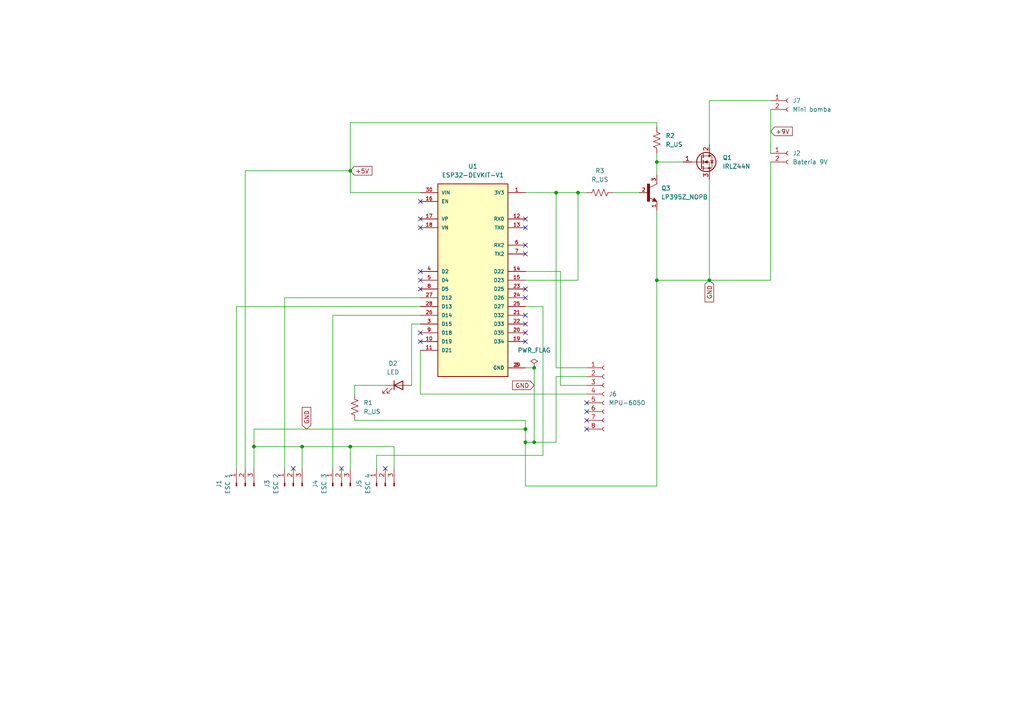
<source format=kicad_sch>
(kicad_sch (version 20250114) (generator "eeschema") (generator_version "9.0")
  (paper "A4")
  (lib_symbols
    (symbol "Connector:Conn_01x02_Socket" (pin_names (offset 1.016) (hide yes))
      (property "Reference" "J" (at 0 2.54 0))
      (property "Value" "Conn_01x02_Socket" (at 0 -5.08 0))
      (symbol "Conn_01x02_Socket_1_1"
        (polyline (pts (xy -1.27 0) (xy -0.508 0)) (stroke (width 0.1524)))
        (polyline (pts (xy -1.27 -2.54) (xy -0.508 -2.54)) (stroke (width 0.1524)))
        (arc (start 0 -0.508) (mid -0.5058 0) (end 0 0.508) (stroke (width 0.1524)))
        (arc (start 0 -3.048) (mid -0.5058 -2.54) (end 0 -2.032) (stroke (width 0.1524)))
        (pin passive line (at -5.08 0 0) (length 3.81) (name "Pin_1") (number "1"))
        (pin passive line (at -5.08 -2.54 0) (length 3.81) (name "Pin_2") (number "2"))
      )
    )
    (symbol "Connector:Conn_01x03_Pin" (pin_names (offset 1.016) (hide yes))
      (property "Reference" "J" (at 0 5.08 0))
      (property "Value" "Conn_01x03_Pin" (at 0 -5.08 0))
      (symbol "Conn_01x03_Pin_1_1"
        (rectangle (start 0.8636 2.667) (end 0 2.413) (stroke (width 0.1524)) (fill (type outline)))
        (rectangle (start 0.8636 0.127) (end 0 -0.127) (stroke (width 0.1524)) (fill (type outline)))
        (rectangle (start 0.8636 -2.413) (end 0 -2.667) (stroke (width 0.1524)) (fill (type outline)))
        (polyline (pts (xy 1.27 2.54) (xy 0.8636 2.54)) (stroke (width 0.1524)))
        (polyline (pts (xy 1.27 0) (xy 0.8636 0)) (stroke (width 0.1524)))
        (polyline (pts (xy 1.27 -2.54) (xy 0.8636 -2.54)) (stroke (width 0.1524)))
        (pin passive line (at 5.08 2.54 180) (length 3.81) (name "Pin_1") (number "1"))
        (pin passive line (at 5.08 0 180) (length 3.81) (name "Pin_2") (number "2"))
        (pin passive line (at 5.08 -2.54 180) (length 3.81) (name "Pin_3") (number "3"))
      )
    )
    (symbol "Connector:Conn_01x08_Socket" (pin_names (offset 1.016) (hide yes))
      (property "Reference" "J" (at 0 10.16 0))
      (property "Value" "Conn_01x08_Socket" (at 0 -12.7 0))
      (symbol "Conn_01x08_Socket_1_1"
        (polyline (pts (xy -1.27 7.62) (xy -0.508 7.62)) (stroke (width 0.1524)))
        (polyline (pts (xy -1.27 5.08) (xy -0.508 5.08)) (stroke (width 0.1524)))
        (polyline (pts (xy -1.27 2.54) (xy -0.508 2.54)) (stroke (width 0.1524)))
        (polyline (pts (xy -1.27 0) (xy -0.508 0)) (stroke (width 0.1524)))
        (polyline (pts (xy -1.27 -2.54) (xy -0.508 -2.54)) (stroke (width 0.1524)))
        (polyline (pts (xy -1.27 -5.08) (xy -0.508 -5.08)) (stroke (width 0.1524)))
        (polyline (pts (xy -1.27 -7.62) (xy -0.508 -7.62)) (stroke (width 0.1524)))
        (polyline (pts (xy -1.27 -10.16) (xy -0.508 -10.16)) (stroke (width 0.1524)))
        (arc (start 0 7.112) (mid -0.5058 7.62) (end 0 8.128) (stroke (width 0.1524)))
        (arc (start 0 4.572) (mid -0.5058 5.08) (end 0 5.588) (stroke (width 0.1524)))
        (arc (start 0 2.032) (mid -0.5058 2.54) (end 0 3.048) (stroke (width 0.1524)))
        (arc (start 0 -0.508) (mid -0.5058 0) (end 0 0.508) (stroke (width 0.1524)))
        (arc (start 0 -3.048) (mid -0.5058 -2.54) (end 0 -2.032) (stroke (width 0.1524)))
        (arc (start 0 -5.588) (mid -0.5058 -5.08) (end 0 -4.572) (stroke (width 0.1524)))
        (arc (start 0 -8.128) (mid -0.5058 -7.62) (end 0 -7.112) (stroke (width 0.1524)))
        (arc (start 0 -10.668) (mid -0.5058 -10.16) (end 0 -9.652) (stroke (width 0.1524)))
        (pin passive line (at -5.08 7.62 0) (length 3.81) (name "Pin_1") (number "1"))
        (pin passive line (at -5.08 5.08 0) (length 3.81) (name "Pin_2") (number "2"))
        (pin passive line (at -5.08 2.54 0) (length 3.81) (name "Pin_3") (number "3"))
        (pin passive line (at -5.08 0 0) (length 3.81) (name "Pin_4") (number "4"))
        (pin passive line (at -5.08 -2.54 0) (length 3.81) (name "Pin_5") (number "5"))
        (pin passive line (at -5.08 -5.08 0) (length 3.81) (name "Pin_6") (number "6"))
        (pin passive line (at -5.08 -7.62 0) (length 3.81) (name "Pin_7") (number "7"))
        (pin passive line (at -5.08 -10.16 0) (length 3.81) (name "Pin_8") (number "8"))
      )
    )
    (symbol "Device:LED" (pin_numbers (hide yes)) (pin_names (offset 1.016) (hide yes))
      (property "Reference" "D" (at 0 2.54 0))
      (property "Value" "LED" (at 0 -2.54 0))
      (symbol "LED_0_1"
        (polyline (pts (xy -3.048 -0.762) (xy -4.572 -2.286) (xy -3.81 -2.286) (xy -4.572 -2.286) (xy -4.572 -1.524)))
        (polyline (pts (xy -1.778 -0.762) (xy -3.302 -2.286) (xy -2.54 -2.286) (xy -3.302 -2.286) (xy -3.302 -1.524)))
        (polyline (pts (xy -1.27 0) (xy 1.27 0)))
        (polyline (pts (xy -1.27 -1.27) (xy -1.27 1.27)) (stroke (width 0.254)))
        (polyline (pts (xy 1.27 -1.27) (xy 1.27 1.27) (xy -1.27 0) (xy 1.27 -1.27)) (stroke (width 0.254)))
      )
      (symbol "LED_1_1"
        (pin passive line (at -3.81 0 0) (length 2.54) (name "K") (number "1"))
        (pin passive line (at 3.81 0 180) (length 2.54) (name "A") (number "2"))
      )
    )
    (symbol "Device:R_US" (pin_numbers (hide yes)) (pin_names (offset 0))
      (property "Reference" "R" (at 2.54 0 90))
      (property "Value" "R_US" (at -2.54 0 90))
      (symbol "R_US_0_1"
        (polyline (pts (xy 0 2.286) (xy 0 2.54)))
        (polyline (pts (xy 0 2.286) (xy 1.016 1.905) (xy 0 1.524) (xy -1.016 1.143) (xy 0 0.762)))
        (polyline (pts (xy 0 0.762) (xy 1.016 0.381) (xy 0 0) (xy -1.016 -0.381) (xy 0 -0.762)))
        (polyline (pts (xy 0 -0.762) (xy 1.016 -1.143) (xy 0 -1.524) (xy -1.016 -1.905) (xy 0 -2.286)))
        (polyline (pts (xy 0 -2.286) (xy 0 -2.54)))
      )
      (symbol "R_US_1_1"
        (pin passive line (at 0 3.81 270) (length 1.27) (name "~") (number "1"))
        (pin passive line (at 0 -3.81 90) (length 1.27) (name "~") (number "2"))
      )
    )
    (symbol "ESP32-DEVKIT-V1:ESP32-DEVKIT-V1" (pin_names (offset 1.016))
      (property "Reference" "U" (at -10.16 30.48 0))
      (property "Value" "ESP32-DEVKIT-V1" (at -10.16 -30.48 0))
      (symbol "ESP32-DEVKIT-V1_0_0"
        (rectangle (start -10.16 -27.94) (end 10.16 27.94) (stroke (width 0.254)) (fill (type background)))
        (pin input line (at -15.24 25.4 0) (length 5.08) (name "VIN") (number "30"))
        (pin input line (at -15.24 22.86 0) (length 5.08) (name "EN") (number "16"))
        (pin bidirectional line (at -15.24 17.78 0) (length 5.08) (name "VP") (number "17"))
        (pin bidirectional line (at -15.24 15.24 0) (length 5.08) (name "VN") (number "18"))
        (pin bidirectional line (at -15.24 2.54 0) (length 5.08) (name "D2") (number "4"))
        (pin bidirectional line (at -15.24 0 0) (length 5.08) (name "D4") (number "5"))
        (pin bidirectional line (at -15.24 -2.54 0) (length 5.08) (name "D5") (number "8"))
        (pin bidirectional line (at -15.24 -5.08 0) (length 5.08) (name "D12") (number "27"))
        (pin bidirectional line (at -15.24 -7.62 0) (length 5.08) (name "D13") (number "28"))
        (pin bidirectional line (at -15.24 -10.16 0) (length 5.08) (name "D14") (number "26"))
        (pin bidirectional line (at -15.24 -12.7 0) (length 5.08) (name "D15") (number "3"))
        (pin bidirectional line (at -15.24 -15.24 0) (length 5.08) (name "D18") (number "9"))
        (pin bidirectional line (at -15.24 -17.78 0) (length 5.08) (name "D19") (number "10"))
        (pin bidirectional line (at -15.24 -20.32 0) (length 5.08) (name "D21") (number "11"))
        (pin output line (at 15.24 25.4 180) (length 5.08) (name "3V3") (number "1"))
        (pin input line (at 15.24 17.78 180) (length 5.08) (name "RX0") (number "12"))
        (pin output line (at 15.24 15.24 180) (length 5.08) (name "TX0") (number "13"))
        (pin input line (at 15.24 10.16 180) (length 5.08) (name "RX2") (number "6"))
        (pin output line (at 15.24 7.62 180) (length 5.08) (name "TX2") (number "7"))
        (pin bidirectional line (at 15.24 2.54 180) (length 5.08) (name "D22") (number "14"))
        (pin bidirectional line (at 15.24 0 180) (length 5.08) (name "D23") (number "15"))
        (pin bidirectional line (at 15.24 -2.54 180) (length 5.08) (name "D25") (number "23"))
        (pin bidirectional line (at 15.24 -5.08 180) (length 5.08) (name "D26") (number "24"))
        (pin bidirectional line (at 15.24 -7.62 180) (length 5.08) (name "D27") (number "25"))
        (pin bidirectional line (at 15.24 -10.16 180) (length 5.08) (name "D32") (number "21"))
        (pin bidirectional line (at 15.24 -12.7 180) (length 5.08) (name "D33") (number "22"))
        (pin bidirectional line (at 15.24 -15.24 180) (length 5.08) (name "D35") (number "20"))
        (pin bidirectional line (at 15.24 -17.78 180) (length 5.08) (name "D34") (number "19"))
        (pin power_in line (at 15.24 -25.4 180) (length 5.08) (name "GND") (number "2"))
        (pin power_in line (at 15.24 -25.4 180) (length 5.08) (name "GND") (number "29"))
      )
    )
    (symbol "LP395z:LP395Z_NOPB" (pin_names (offset 1.016))
      (property "Reference" "Q" (at -10.1717 7.6288 0))
      (property "Value" "LP395Z_NOPB" (at -10.1782 -7.6337 0))
      (symbol "LP395Z_NOPB_0_0"
        (rectangle (start -0.2544 -2.5436) (end 0.508 2.54) (stroke (width 0.1)) (fill (type outline)))
        (polyline (pts (xy 1.27 -2.54) (xy 1.778 -1.524)) (stroke (width 0.1524)))
        (polyline (pts (xy 1.524 -2.286) (xy 1.905 -2.286)) (stroke (width 0.254)))
        (polyline (pts (xy 1.524 -2.413) (xy 2.286 -2.413)) (stroke (width 0.254)))
        (polyline (pts (xy 1.54 -2.04) (xy 0.308 -1.424)) (stroke (width 0.1524)))
        (polyline (pts (xy 1.778 -1.524) (xy 2.54 -2.54)) (stroke (width 0.1524)))
        (polyline (pts (xy 1.778 -1.778) (xy 1.524 -2.286)) (stroke (width 0.254)))
        (polyline (pts (xy 1.905 -2.286) (xy 1.778 -2.032)) (stroke (width 0.254)))
        (polyline (pts (xy 2.286 -2.413) (xy 1.778 -1.778)) (stroke (width 0.254)))
        (polyline (pts (xy 2.54 2.54) (xy 0.508 1.524)) (stroke (width 0.1524)))
        (polyline (pts (xy 2.54 -2.54) (xy 1.27 -2.54)) (stroke (width 0.1524)))
        (pin passive line (at -2.54 0 0) (length 2.54) (name "~") (number "2"))
        (pin passive line (at 2.54 5.08 270) (length 2.54) (name "~") (number "3"))
        (pin passive line (at 2.54 -5.08 90) (length 2.54) (name "~") (number "1"))
      )
    )
    (symbol "Transistor_FET:IRLZ44N" (pin_names (hide yes))
      (property "Reference" "Q" (at 5.08 1.905 0))
      (property "Value" "IRLZ44N" (at 5.08 0 0))
      (symbol "IRLZ44N_0_1"
        (polyline (pts (xy 0.254 1.905) (xy 0.254 -1.905)) (stroke (width 0.254)))
        (polyline (pts (xy 0.254 0) (xy -2.54 0)))
        (polyline (pts (xy 0.762 2.286) (xy 0.762 1.27)) (stroke (width 0.254)))
        (polyline (pts (xy 0.762 0.508) (xy 0.762 -0.508)) (stroke (width 0.254)))
        (polyline (pts (xy 0.762 -1.27) (xy 0.762 -2.286)) (stroke (width 0.254)))
        (polyline (pts (xy 0.762 -1.778) (xy 3.302 -1.778) (xy 3.302 1.778) (xy 0.762 1.778)))
        (polyline (pts (xy 1.016 0) (xy 2.032 0.381) (xy 2.032 -0.381) (xy 1.016 0)) (fill (type outline)))
        (circle (center 1.651 0) (radius 2.794) (stroke (width 0.254)))
        (polyline (pts (xy 2.54 2.54) (xy 2.54 1.778)))
        (circle (center 2.54 1.778) (radius 0.254) (fill (type outline)))
        (circle (center 2.54 -1.778) (radius 0.254) (fill (type outline)))
        (polyline (pts (xy 2.54 -2.54) (xy 2.54 0) (xy 0.762 0)))
        (polyline (pts (xy 2.794 0.508) (xy 2.921 0.381) (xy 3.683 0.381) (xy 3.81 0.254)))
        (polyline (pts (xy 3.302 0.381) (xy 2.921 -0.254) (xy 3.683 -0.254) (xy 3.302 0.381)))
      )
      (symbol "IRLZ44N_1_1"
        (pin input line (at -5.08 0 0) (length 2.54) (name "G") (number "1"))
        (pin passive line (at 2.54 5.08 270) (length 2.54) (name "D") (number "2"))
        (pin passive line (at 2.54 -5.08 90) (length 2.54) (name "S") (number "3"))
      )
    )
    (symbol "power:PWR_FLAG" (power) (pin_numbers (hide yes)) (pin_names (offset 0) (hide yes))
      (property "Value" "PWR_FLAG" (at 0 3.81 0))
      (symbol "PWR_FLAG_0_0"
        (pin power_out line (at 0 0 90) (length 0) (name "~") (number "1"))
      )
      (symbol "PWR_FLAG_0_1"
        (polyline (pts (xy 0 0) (xy 0 1.27) (xy -1.016 1.905) (xy 0 2.54) (xy 1.016 1.905) (xy 0 1.27)))
      )
    )
  )
  (junction (at 205.74 81.28))
  (junction (at 154.94 128.27))
  (junction (at 73.66 129.54))
  (junction (at 101.6 49.53))
  (junction (at 161.29 55.88))
  (junction (at 154.94 106.68))
  (junction (at 101.6 129.54))
  (junction (at 152.4 124.46))
  (junction (at 152.4 128.27))
  (junction (at 190.5 46.99))
  (junction (at 190.5 81.28))
  (junction (at 87.63 129.54))
  (junction (at 167.64 55.88))
  (no_connect (at 152.4 83.82))
  (no_connect (at 152.4 63.5))
  (no_connect (at 170.18 119.38))
  (no_connect (at 99.06 135.89))
  (no_connect (at 152.4 96.52))
  (no_connect (at 121.92 78.74))
  (no_connect (at 121.92 58.42))
  (no_connect (at 170.18 116.84))
  (no_connect (at 152.4 86.36))
  (no_connect (at 85.09 135.89))
  (no_connect (at 152.4 71.12))
  (no_connect (at 152.4 99.06))
  (no_connect (at 152.4 73.66))
  (no_connect (at 152.4 93.98))
  (no_connect (at 170.18 124.46))
  (no_connect (at 121.92 83.82))
  (no_connect (at 121.92 66.04))
  (no_connect (at 121.92 81.28))
  (no_connect (at 170.18 121.92))
  (no_connect (at 121.92 99.06))
  (no_connect (at 121.92 96.52))
  (no_connect (at 111.76 135.89))
  (no_connect (at 152.4 66.04))
  (no_connect (at 152.4 91.44))
  (no_connect (at 121.92 63.5))
  (wire (pts (xy 152.4 124.46) (xy 73.66 124.46)))
  (wire (pts (xy 71.12 49.53) (xy 101.6 49.53)))
  (wire (pts (xy 152.4 55.88) (xy 161.29 55.88)))
  (wire (pts (xy 96.52 91.44) (xy 96.52 135.89)))
  (wire (pts (xy 190.5 60.96) (xy 190.5 81.28)))
  (wire (pts (xy 190.5 44.45) (xy 190.5 46.99)))
  (wire (pts (xy 101.6 49.53) (xy 101.6 55.88)))
  (wire (pts (xy 154.94 128.27) (xy 154.94 106.68)))
  (wire (pts (xy 121.92 101.6) (xy 121.92 114.3)))
  (wire (pts (xy 161.29 55.88) (xy 161.29 106.68)))
  (wire (pts (xy 190.5 36.83) (xy 190.5 35.56)))
  (wire (pts (xy 190.5 46.99) (xy 190.5 50.8)))
  (wire (pts (xy 152.4 128.27) (xy 152.4 140.97)))
  (wire (pts (xy 154.94 128.27) (xy 152.4 128.27)))
  (wire (pts (xy 152.4 81.28) (xy 167.64 81.28)))
  (wire (pts (xy 119.38 93.98) (xy 121.92 93.98)))
  (wire (pts (xy 161.29 109.22) (xy 170.18 109.22)))
  (wire (pts (xy 102.87 111.76) (xy 102.87 114.3)))
  (wire (pts (xy 190.5 140.97) (xy 152.4 140.97)))
  (wire (pts (xy 87.63 129.54) (xy 101.6 129.54)))
  (wire (pts (xy 101.6 35.56) (xy 190.5 35.56)))
  (wire (pts (xy 161.29 128.27) (xy 154.94 128.27)))
  (wire (pts (xy 177.8 55.88) (xy 185.42 55.88)))
  (wire (pts (xy 68.58 88.9) (xy 68.58 135.89)))
  (wire (pts (xy 161.29 106.68) (xy 170.18 106.68)))
  (wire (pts (xy 205.74 81.28) (xy 223.52 81.28)))
  (wire (pts (xy 162.56 78.74) (xy 152.4 78.74)))
  (wire (pts (xy 154.94 106.68) (xy 152.4 106.68)))
  (wire (pts (xy 162.56 111.76) (xy 162.56 78.74)))
  (wire (pts (xy 223.52 31.75) (xy 223.52 44.45)))
  (wire (pts (xy 114.3 129.54) (xy 101.6 129.54)))
  (wire (pts (xy 101.6 55.88) (xy 121.92 55.88)))
  (wire (pts (xy 96.52 91.44) (xy 121.92 91.44)))
  (wire (pts (xy 119.38 93.98) (xy 119.38 111.76)))
  (wire (pts (xy 223.52 46.99) (xy 223.52 81.28)))
  (wire (pts (xy 167.64 81.28) (xy 167.64 55.88)))
  (wire (pts (xy 157.48 132.08) (xy 157.48 88.9)))
  (wire (pts (xy 101.6 35.56) (xy 101.6 49.53)))
  (wire (pts (xy 121.92 114.3) (xy 170.18 114.3)))
  (wire (pts (xy 114.3 135.89) (xy 114.3 129.54)))
  (wire (pts (xy 190.5 81.28) (xy 190.5 140.97)))
  (wire (pts (xy 162.56 111.76) (xy 170.18 111.76)))
  (wire (pts (xy 205.74 29.21) (xy 205.74 41.91)))
  (wire (pts (xy 152.4 121.92) (xy 152.4 124.46)))
  (wire (pts (xy 68.58 88.9) (xy 121.92 88.9)))
  (wire (pts (xy 109.22 135.89) (xy 109.22 132.08)))
  (wire (pts (xy 71.12 49.53) (xy 71.12 135.89)))
  (wire (pts (xy 87.63 129.54) (xy 87.63 135.89)))
  (wire (pts (xy 73.66 135.89) (xy 73.66 129.54)))
  (wire (pts (xy 111.76 111.76) (xy 102.87 111.76)))
  (wire (pts (xy 161.29 109.22) (xy 161.29 128.27)))
  (wire (pts (xy 190.5 81.28) (xy 205.74 81.28)))
  (wire (pts (xy 161.29 55.88) (xy 167.64 55.88)))
  (wire (pts (xy 73.66 124.46) (xy 73.66 129.54)))
  (wire (pts (xy 157.48 88.9) (xy 152.4 88.9)))
  (wire (pts (xy 205.74 52.07) (xy 205.74 81.28)))
  (wire (pts (xy 152.4 124.46) (xy 152.4 128.27)))
  (wire (pts (xy 109.22 132.08) (xy 157.48 132.08)))
  (wire (pts (xy 82.55 86.36) (xy 82.55 135.89)))
  (wire (pts (xy 73.66 129.54) (xy 87.63 129.54)))
  (wire (pts (xy 190.5 46.99) (xy 198.12 46.99)))
  (wire (pts (xy 101.6 135.89) (xy 101.6 129.54)))
  (wire (pts (xy 205.74 29.21) (xy 223.52 29.21)))
  (wire (pts (xy 167.64 55.88) (xy 170.18 55.88)))
  (wire (pts (xy 102.87 121.92) (xy 152.4 121.92)))
  (wire (pts (xy 82.55 86.36) (xy 121.92 86.36)))
  (global_label "GND" (shape input) (at 88.9 124.46 90) (property "Intersheetrefs" "${INTERSHEET_REFS}" (effects (hide yes))))
  (global_label "+5V" (shape input) (at 101.6 49.53 0) (property "Intersheetrefs" "${INTERSHEET_REFS}" (effects (hide yes))))
  (global_label "GND" (shape input) (at 205.74 81.28 270) (property "Intersheetrefs" "${INTERSHEET_REFS}" (effects (hide yes))))
  (global_label "GND" (shape input) (at 154.94 111.76 180) (property "Intersheetrefs" "${INTERSHEET_REFS}" (effects (hide yes))))
  (global_label "+9V" (shape input) (at 223.52 38.1 0) (property "Intersheetrefs" "${INTERSHEET_REFS}" (effects (hide yes))))
  (symbol (lib_id "Connector:Conn_01x03_Pin") (at 71.12 140.97 90) (unit 1)
    (property "Reference" "J1" (at 63.5 140.335 0))
    (property "Value" "ESC 1" (at 66.04 140.335 0))
    (property "Footprint" "Connector_PinHeader_2.54mm:PinHeader_1x03_P2.54mm_Vertical" (effects (hide yes)))
    (property "Description" "Generic connector, single row, 01x03, script generated" (effects (hide yes)))
  )
  (symbol (lib_id "Connector:Conn_01x03_Pin") (at 111.76 140.97 90) (unit 1)
    (property "Reference" "J5" (at 104.14 140.335 0))
    (property "Value" "ESC 4" (at 106.68 140.335 0))
    (property "Footprint" "Connector_PinHeader_2.54mm:PinHeader_1x03_P2.54mm_Vertical" (effects (hide yes)))
    (property "Description" "Generic connector, single row, 01x03, script generated" (effects (hide yes)))
  )
  (symbol (lib_id "Transistor_FET:IRLZ44N") (at 203.2 46.99 0) (unit 1)
    (property "Reference" "Q1" (at 209.55 45.7199 0) (effects (justify left)))
    (property "Value" "IRLZ44N" (at 209.55 48.2599 0) (effects (justify left)))
    (property "Footprint" "Package_TO_SOT_THT:TO-220-3_Vertical" (effects (hide yes)))
    (property "Datasheet" "http://www.irf.com/product-info/datasheets/data/irlz44n.pdf" (effects (hide yes)))
    (property "Description" "47A Id, 55V Vds, 22mOhm Rds Single N-Channel HEXFET Power MOSFET, TO-220AB" (effects (hide yes)))
  )
  (symbol (lib_id "Connector:Conn_01x02_Socket") (at 228.6 44.45 0) (unit 1)
    (property "Reference" "J2" (at 229.87 44.4499 0) (effects (justify left)))
    (property "Value" "Bateria 9V" (at 229.87 46.9899 0) (effects (justify left)))
    (property "Footprint" "Connector_PinSocket_2.54mm:PinSocket_1x02_P2.54mm_Vertical" (effects (hide yes)))
    (property "Description" "Generic connector, single row, 01x02, script generated" (effects (hide yes)))
  )
  (symbol (lib_id "Connector:Conn_01x03_Pin") (at 99.06 140.97 90) (unit 1)
    (property "Reference" "J4" (at 91.44 140.335 0))
    (property "Value" "ESC 3" (at 93.98 140.335 0))
    (property "Footprint" "Connector_PinHeader_2.54mm:PinHeader_1x03_P2.54mm_Vertical" (effects (hide yes)))
    (property "Description" "Generic connector, single row, 01x03, script generated" (effects (hide yes)))
  )
  (symbol (lib_id "Device:R_US") (at 173.99 55.88 90) (unit 1)
    (property "Reference" "R3" (at 173.99 49.53 90))
    (property "Value" "R_US" (at 173.99 52.07 90))
    (property "Footprint" "Resistor_THT:R_Axial_DIN0207_L6.3mm_D2.5mm_P7.62mm_Horizontal" (effects (hide yes)))
    (property "Description" "Resistor, US symbol" (effects (hide yes)))
  )
  (symbol (lib_id "Device:R_US") (at 190.5 40.64 0) (unit 1)
    (property "Reference" "R2" (at 193.04 39.3699 0) (effects (justify left)))
    (property "Value" "R_US" (at 193.04 41.9099 0) (effects (justify left)))
    (property "Footprint" "Resistor_THT:R_Axial_DIN0207_L6.3mm_D2.5mm_P7.62mm_Horizontal" (effects (hide yes)))
    (property "Description" "Resistor, US symbol" (effects (hide yes)))
  )
  (symbol (lib_id "Device:LED") (at 115.57 111.76 0) (unit 1)
    (property "Reference" "D2" (at 113.9825 105.41 0))
    (property "Value" "LED" (at 113.9825 107.95 0))
    (property "Footprint" "LED_THT:LED_D3.0mm_IRGrey" (effects (hide yes)))
    (property "Description" "Light emitting diode" (effects (hide yes)))
    (property "Sim.Pins" "1=K 2=A" (effects (hide yes)))
  )
  (symbol (lib_id "Connector:Conn_01x03_Pin") (at 85.09 140.97 90) (unit 1)
    (property "Reference" "J3" (at 77.47 140.335 0))
    (property "Value" "ESC 2" (at 80.01 140.335 0))
    (property "Footprint" "Connector_PinHeader_2.54mm:PinHeader_1x03_P2.54mm_Vertical" (effects (hide yes)))
    (property "Description" "Generic connector, single row, 01x03, script generated" (effects (hide yes)))
  )
  (symbol (lib_id "ESP32-DEVKIT-V1:ESP32-DEVKIT-V1") (at 137.16 81.28 0) (unit 1)
    (property "Reference" "U1" (at 137.16 48.26 0))
    (property "Value" "ESP32-DEVKIT-V1" (at 137.16 50.8 0))
    (property "Footprint" "ESP32-DEVKIT-V1:MODULE_ESP32_DEVKIT_V1" (effects (hide yes)))
    (property "MF" "Do it" (effects (hide yes)))
    (property "MAXIMUM_PACKAGE_HEIGHT" "6.8 mm" (effects (hide yes)))
    (property "Package" "None" (effects (hide yes)))
    (property "Price" "None" (effects (hide yes)))
    (property "Check_prices" "https://www.snapeda.com/parts/ESP32-DEVKIT-V1/Do+it/view-part/?ref=eda" (effects (hide yes)))
    (property "STANDARD" "Manufacturer Recommendations" (effects (hide yes)))
    (property "PARTREV" "N/A" (effects (hide yes)))
    (property "SnapEDA_Link" "https://www.snapeda.com/parts/ESP32-DEVKIT-V1/Do+it/view-part/?ref=snap" (effects (hide yes)))
    (property "MP" "ESP32-DEVKIT-V1" (effects (hide yes)))
    (property "Description_1" "Dual core, Wi-Fi: 2.4 GHz up to 150 Mbits/s,BLE (Bluetooth Low Energy) and legacy Bluetooth, 32 bits, Up to 240 MHz" (effects (hide yes)))
    (property "Availability" "Not in stock" (effects (hide yes)))
    (property "MANUFACTURER" "DOIT" (effects (hide yes)))
  )
  (symbol (lib_id "power:PWR_FLAG") (at 154.94 106.68 0) (unit 1)
    (property "Reference" "#FLG01" (effects (hide yes)))
    (property "Value" "PWR_FLAG" (at 154.94 101.6 0))
    (property "Description" "Special symbol for telling ERC where power comes from" (effects (hide yes)))
  )
  (symbol (lib_id "Connector:Conn_01x08_Socket") (at 175.26 114.3 0) (unit 1)
    (property "Reference" "J6" (at 176.53 114.2999 0) (effects (justify left)))
    (property "Value" "MPU-6050" (at 176.53 116.8399 0) (effects (justify left)))
    (property "Footprint" "Connector_PinSocket_2.54mm:PinSocket_1x08_P2.54mm_Vertical" (effects (hide yes)))
    (property "Description" "Generic connector, single row, 01x08, script generated" (effects (hide yes)))
  )
  (symbol (lib_id "Device:R_US") (at 102.87 118.11 180) (unit 1)
    (property "Reference" "R1" (at 105.41 116.8399 0) (effects (justify right)))
    (property "Value" "R_US" (at 105.41 119.3799 0) (effects (justify right)))
    (property "Footprint" "Resistor_THT:R_Axial_DIN0207_L6.3mm_D2.5mm_P7.62mm_Horizontal" (effects (hide yes)))
    (property "Description" "Resistor, US symbol" (effects (hide yes)))
  )
  (symbol (lib_id "Connector:Conn_01x02_Socket") (at 228.6 29.21 0) (unit 1)
    (property "Reference" "J7" (at 229.87 29.2099 0) (effects (justify left)))
    (property "Value" "Mini bomba" (at 229.87 31.7499 0) (effects (justify left)))
    (property "Footprint" "Connector_PinSocket_1.00mm:PinSocket_1x02_P1.00mm_Vertical" (effects (hide yes)))
    (property "Description" "Generic connector, single row, 01x02, script generated" (effects (hide yes)))
  )
  (symbol (lib_id "LP395z:LP395Z_NOPB") (at 187.96 55.88 0) (unit 1)
    (property "Reference" "Q3" (at 191.77 54.6099 0) (effects (justify left)))
    (property "Value" "LP395Z_NOPB" (at 191.77 57.1499 0) (effects (justify left)))
    (property "Footprint" "LP395z:TO-92" (effects (hide yes)))
    (property "MF" "Texas Instruments" (effects (hide yes)))
    (property "Description_1" "36-V power transistor" (effects (hide yes)))
    (property "Package" "TO-92-3 Texas Instruments" (effects (hide yes)))
    (property "Price" "None" (effects (hide yes)))
    (property "Check_prices" "https://www.snapeda.com/parts/LP395Z/NOPB/Texas+Instruments/view-part/?ref=eda" (effects (hide yes)))
    (property "STANDARD" "Manufacturer Recommendation" (effects (hide yes)))
    (property "PARTREV" "C" (effects (hide yes)))
    (property "SnapEDA_Link" "https://www.snapeda.com/parts/LP395Z/NOPB/Texas+Instruments/view-part/?ref=snap" (effects (hide yes)))
    (property "MP" "LP395Z/NOPB" (effects (hide yes)))
    (property "Availability" "In Stock" (effects (hide yes)))
    (property "MANUFACTURER" "Texas Instruments" (effects (hide yes)))
  )
)
</source>
